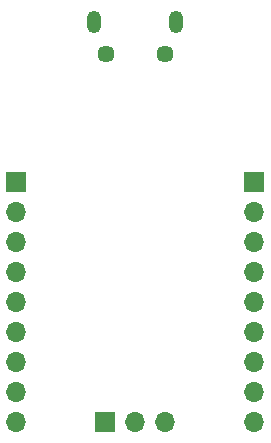
<source format=gbr>
G04 #@! TF.GenerationSoftware,KiCad,Pcbnew,(5.1.9)-1*
G04 #@! TF.CreationDate,2021-03-27T20:38:15-07:00*
G04 #@! TF.ProjectId,attiny_arduino_serial,61747469-6e79-45f6-9172-6475696e6f5f,rev?*
G04 #@! TF.SameCoordinates,Original*
G04 #@! TF.FileFunction,Soldermask,Bot*
G04 #@! TF.FilePolarity,Negative*
%FSLAX46Y46*%
G04 Gerber Fmt 4.6, Leading zero omitted, Abs format (unit mm)*
G04 Created by KiCad (PCBNEW (5.1.9)-1) date 2021-03-27 20:38:15*
%MOMM*%
%LPD*%
G01*
G04 APERTURE LIST*
%ADD10O,1.700000X1.700000*%
%ADD11R,1.700000X1.700000*%
%ADD12O,1.200000X1.900000*%
%ADD13C,1.450000*%
G04 APERTURE END LIST*
D10*
G04 #@! TO.C,J4*
X109220000Y-56817000D03*
X109220000Y-54277000D03*
X109220000Y-51737000D03*
X109220000Y-49197000D03*
X109220000Y-46657000D03*
X109220000Y-44117000D03*
X109220000Y-41577000D03*
X109220000Y-39037000D03*
D11*
X109220000Y-36497000D03*
G04 #@! TD*
D10*
G04 #@! TO.C,J3*
X89090000Y-56817000D03*
X89090000Y-54277000D03*
X89090000Y-51737000D03*
X89090000Y-49197000D03*
X89090000Y-46657000D03*
X89090000Y-44117000D03*
X89090000Y-41577000D03*
X89090000Y-39037000D03*
D11*
X89090000Y-36497000D03*
G04 #@! TD*
D10*
G04 #@! TO.C,J2*
X101685000Y-56797000D03*
X99145000Y-56797000D03*
D11*
X96605000Y-56797000D03*
G04 #@! TD*
D12*
G04 #@! TO.C,J1*
X95630000Y-22892500D03*
X102630000Y-22892500D03*
D13*
X96630000Y-25592500D03*
X101630000Y-25592500D03*
G04 #@! TD*
M02*

</source>
